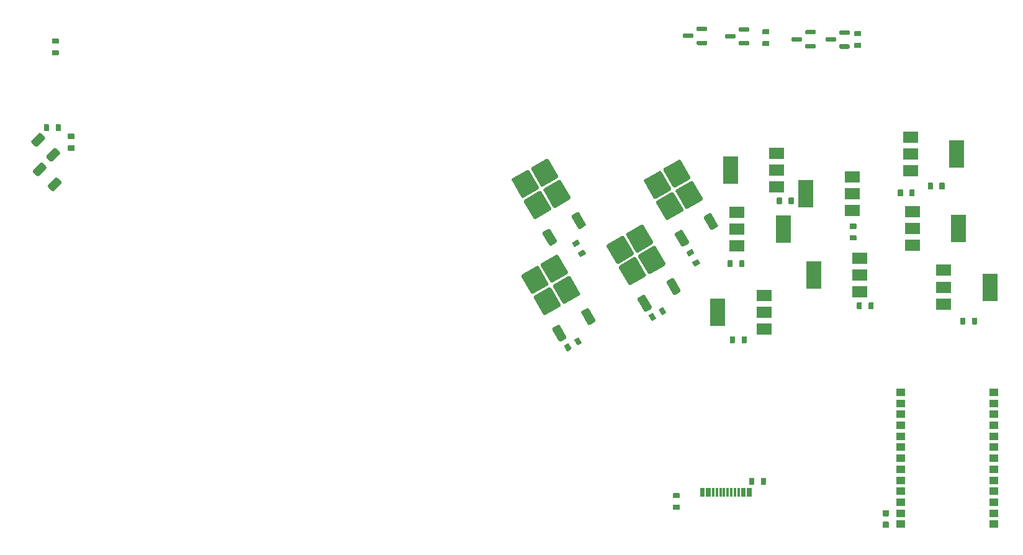
<source format=gtp>
G04 #@! TF.GenerationSoftware,KiCad,Pcbnew,7.0.10-7.0.10~ubuntu22.04.1*
G04 #@! TF.CreationDate,2024-01-05T17:16:03+00:00*
G04 #@! TF.ProjectId,uaeficopiedtovfr,75616566-6963-46f7-9069-6564746f7666,rev?*
G04 #@! TF.SameCoordinates,Original*
G04 #@! TF.FileFunction,Paste,Top*
G04 #@! TF.FilePolarity,Positive*
%FSLAX46Y46*%
G04 Gerber Fmt 4.6, Leading zero omitted, Abs format (unit mm)*
G04 Created by KiCad (PCBNEW 7.0.10-7.0.10~ubuntu22.04.1) date 2024-01-05 17:16:03*
%MOMM*%
%LPD*%
G01*
G04 APERTURE LIST*
%ADD10R,2.000000X1.500000*%
%ADD11R,2.000000X3.800000*%
%ADD12R,0.300000X1.150000*%
%ADD13R,1.300000X1.000000*%
G04 APERTURE END LIST*
D10*
G04 #@! TO.C,Q7*
X126954000Y49442000D03*
X126954000Y51742000D03*
X126954000Y54042000D03*
D11*
X120654000Y51742000D03*
G04 #@! TD*
G04 #@! TO.C,R32*
G36*
G01*
X149860000Y49943000D02*
X149860000Y49163000D01*
G75*
G02*
X149790000Y49093000I-70000J0D01*
G01*
X149230000Y49093000D01*
G75*
G02*
X149160000Y49163000I0J70000D01*
G01*
X149160000Y49943000D01*
G75*
G02*
X149230000Y50013000I70000J0D01*
G01*
X149790000Y50013000D01*
G75*
G02*
X149860000Y49943000I0J-70000D01*
G01*
G37*
G36*
G01*
X148260000Y49943000D02*
X148260000Y49163000D01*
G75*
G02*
X148190000Y49093000I-70000J0D01*
G01*
X147630000Y49093000D01*
G75*
G02*
X147560000Y49163000I0J70000D01*
G01*
X147560000Y49943000D01*
G75*
G02*
X147630000Y50013000I70000J0D01*
G01*
X148190000Y50013000D01*
G75*
G02*
X148260000Y49943000I0J-70000D01*
G01*
G37*
G04 #@! TD*
G04 #@! TO.C,R31*
G36*
G01*
X143477000Y48236928D02*
X143477000Y49016928D01*
G75*
G02*
X143547000Y49086928I70000J0D01*
G01*
X144107000Y49086928D01*
G75*
G02*
X144177000Y49016928I0J-70000D01*
G01*
X144177000Y48236928D01*
G75*
G02*
X144107000Y48166928I-70000J0D01*
G01*
X143547000Y48166928D01*
G75*
G02*
X143477000Y48236928I0J70000D01*
G01*
G37*
G36*
G01*
X145077000Y48236928D02*
X145077000Y49016928D01*
G75*
G02*
X145147000Y49086928I70000J0D01*
G01*
X145707000Y49086928D01*
G75*
G02*
X145777000Y49016928I0J-70000D01*
G01*
X145777000Y48236928D01*
G75*
G02*
X145707000Y48166928I-70000J0D01*
G01*
X145147000Y48166928D01*
G75*
G02*
X145077000Y48236928I0J70000D01*
G01*
G37*
G04 #@! TD*
G04 #@! TO.C,R29*
G36*
G01*
X137754928Y42142000D02*
X136974928Y42142000D01*
G75*
G02*
X136904928Y42212000I0J70000D01*
G01*
X136904928Y42772000D01*
G75*
G02*
X136974928Y42842000I70000J0D01*
G01*
X137754928Y42842000D01*
G75*
G02*
X137824928Y42772000I0J-70000D01*
G01*
X137824928Y42212000D01*
G75*
G02*
X137754928Y42142000I-70000J0D01*
G01*
G37*
G36*
G01*
X137754928Y43742000D02*
X136974928Y43742000D01*
G75*
G02*
X136904928Y43812000I0J70000D01*
G01*
X136904928Y44372000D01*
G75*
G02*
X136974928Y44442000I70000J0D01*
G01*
X137754928Y44442000D01*
G75*
G02*
X137824928Y44372000I0J-70000D01*
G01*
X137824928Y43812000D01*
G75*
G02*
X137754928Y43742000I-70000J0D01*
G01*
G37*
G04 #@! TD*
D10*
G04 #@! TO.C,Q9*
X125229000Y30059000D03*
X125229000Y32359000D03*
X125229000Y34659000D03*
D11*
X118929000Y32359000D03*
G04 #@! TD*
G04 #@! TO.C,Q1*
G36*
G01*
X114883109Y41670372D02*
X114276891Y41320372D01*
G75*
G02*
X113935385Y41411878I-125000J216506D01*
G01*
X113085385Y42884122D01*
G75*
G02*
X113176891Y43225628I216506J125000D01*
G01*
X113783109Y43575628D01*
G75*
G02*
X114124615Y43484122I125000J-216506D01*
G01*
X114974615Y42011878D01*
G75*
G02*
X114883109Y41670372I-216506J-125000D01*
G01*
G37*
G36*
G01*
X114108128Y46072679D02*
X112159570Y44947679D01*
G75*
G02*
X111818064Y45039185I-125000J216506D01*
G01*
X110543064Y47247549D01*
G75*
G02*
X110634570Y47589055I216506J125000D01*
G01*
X112583128Y48714055D01*
G75*
G02*
X112924634Y48622549I125000J-216506D01*
G01*
X114199634Y46414185D01*
G75*
G02*
X114108128Y46072679I-216506J-125000D01*
G01*
G37*
G36*
G01*
X116749506Y47597679D02*
X114800948Y46472679D01*
G75*
G02*
X114459442Y46564185I-125000J216506D01*
G01*
X113184442Y48772549D01*
G75*
G02*
X113275948Y49114055I216506J125000D01*
G01*
X115224506Y50239055D01*
G75*
G02*
X115566012Y50147549I125000J-216506D01*
G01*
X116841012Y47939185D01*
G75*
G02*
X116749506Y47597679I-216506J-125000D01*
G01*
G37*
G36*
G01*
X112433128Y48973865D02*
X110484570Y47848865D01*
G75*
G02*
X110143064Y47940371I-125000J216506D01*
G01*
X108868064Y50148735D01*
G75*
G02*
X108959570Y50490241I216506J125000D01*
G01*
X110908128Y51615241D01*
G75*
G02*
X111249634Y51523735I125000J-216506D01*
G01*
X112524634Y49315371D01*
G75*
G02*
X112433128Y48973865I-216506J-125000D01*
G01*
G37*
G36*
G01*
X115074506Y50498865D02*
X113125948Y49373865D01*
G75*
G02*
X112784442Y49465371I-125000J216506D01*
G01*
X111509442Y51673735D01*
G75*
G02*
X111600948Y52015241I216506J125000D01*
G01*
X113549506Y53140241D01*
G75*
G02*
X113891012Y53048735I125000J-216506D01*
G01*
X115166012Y50840371D01*
G75*
G02*
X115074506Y50498865I-216506J-125000D01*
G01*
G37*
G36*
G01*
X118832185Y43950372D02*
X118225967Y43600372D01*
G75*
G02*
X117884461Y43691878I-125000J216506D01*
G01*
X117034461Y45164122D01*
G75*
G02*
X117125967Y45505628I216506J125000D01*
G01*
X117732185Y45855628D01*
G75*
G02*
X118073691Y45764122I125000J-216506D01*
G01*
X118923691Y44291878D01*
G75*
G02*
X118832185Y43950372I-216506J-125000D01*
G01*
G37*
G04 #@! TD*
G04 #@! TO.C,Q4*
G36*
G01*
X96852033Y41810372D02*
X96245815Y41460372D01*
G75*
G02*
X95904309Y41551878I-125000J216506D01*
G01*
X95054309Y43024122D01*
G75*
G02*
X95145815Y43365628I216506J125000D01*
G01*
X95752033Y43715628D01*
G75*
G02*
X96093539Y43624122I125000J-216506D01*
G01*
X96943539Y42151878D01*
G75*
G02*
X96852033Y41810372I-216506J-125000D01*
G01*
G37*
G36*
G01*
X96077052Y46212679D02*
X94128494Y45087679D01*
G75*
G02*
X93786988Y45179185I-125000J216506D01*
G01*
X92511988Y47387549D01*
G75*
G02*
X92603494Y47729055I216506J125000D01*
G01*
X94552052Y48854055D01*
G75*
G02*
X94893558Y48762549I125000J-216506D01*
G01*
X96168558Y46554185D01*
G75*
G02*
X96077052Y46212679I-216506J-125000D01*
G01*
G37*
G36*
G01*
X98718430Y47737679D02*
X96769872Y46612679D01*
G75*
G02*
X96428366Y46704185I-125000J216506D01*
G01*
X95153366Y48912549D01*
G75*
G02*
X95244872Y49254055I216506J125000D01*
G01*
X97193430Y50379055D01*
G75*
G02*
X97534936Y50287549I125000J-216506D01*
G01*
X98809936Y48079185D01*
G75*
G02*
X98718430Y47737679I-216506J-125000D01*
G01*
G37*
G36*
G01*
X94402052Y49113865D02*
X92453494Y47988865D01*
G75*
G02*
X92111988Y48080371I-125000J216506D01*
G01*
X90836988Y50288735D01*
G75*
G02*
X90928494Y50630241I216506J125000D01*
G01*
X92877052Y51755241D01*
G75*
G02*
X93218558Y51663735I125000J-216506D01*
G01*
X94493558Y49455371D01*
G75*
G02*
X94402052Y49113865I-216506J-125000D01*
G01*
G37*
G36*
G01*
X97043430Y50638865D02*
X95094872Y49513865D01*
G75*
G02*
X94753366Y49605371I-125000J216506D01*
G01*
X93478366Y51813735D01*
G75*
G02*
X93569872Y52155241I216506J125000D01*
G01*
X95518430Y53280241D01*
G75*
G02*
X95859936Y53188735I125000J-216506D01*
G01*
X97134936Y50980371D01*
G75*
G02*
X97043430Y50638865I-216506J-125000D01*
G01*
G37*
G36*
G01*
X100801109Y44090372D02*
X100194891Y43740372D01*
G75*
G02*
X99853385Y43831878I-125000J216506D01*
G01*
X99003385Y45304122D01*
G75*
G02*
X99094891Y45645628I216506J125000D01*
G01*
X99701109Y45995628D01*
G75*
G02*
X100042615Y45904122I125000J-216506D01*
G01*
X100892615Y44431878D01*
G75*
G02*
X100801109Y44090372I-216506J-125000D01*
G01*
G37*
G04 #@! TD*
G04 #@! TO.C,R1*
G36*
G01*
X28957000Y67393000D02*
X28177000Y67393000D01*
G75*
G02*
X28107000Y67463000I0J70000D01*
G01*
X28107000Y68023000D01*
G75*
G02*
X28177000Y68093000I70000J0D01*
G01*
X28957000Y68093000D01*
G75*
G02*
X29027000Y68023000I0J-70000D01*
G01*
X29027000Y67463000D01*
G75*
G02*
X28957000Y67393000I-70000J0D01*
G01*
G37*
G36*
G01*
X28957000Y68993000D02*
X28177000Y68993000D01*
G75*
G02*
X28107000Y69063000I0J70000D01*
G01*
X28107000Y69623000D01*
G75*
G02*
X28177000Y69693000I70000J0D01*
G01*
X28957000Y69693000D01*
G75*
G02*
X29027000Y69623000I0J-70000D01*
G01*
X29027000Y69063000D01*
G75*
G02*
X28957000Y68993000I-70000J0D01*
G01*
G37*
G04 #@! TD*
G04 #@! TO.C,R8*
G36*
G01*
X125496000Y9699000D02*
X125496000Y8919000D01*
G75*
G02*
X125426000Y8849000I-70000J0D01*
G01*
X124866000Y8849000D01*
G75*
G02*
X124796000Y8919000I0J70000D01*
G01*
X124796000Y9699000D01*
G75*
G02*
X124866000Y9769000I70000J0D01*
G01*
X125426000Y9769000D01*
G75*
G02*
X125496000Y9699000I0J-70000D01*
G01*
G37*
G36*
G01*
X123896000Y9699000D02*
X123896000Y8919000D01*
G75*
G02*
X123826000Y8849000I-70000J0D01*
G01*
X123266000Y8849000D01*
G75*
G02*
X123196000Y8919000I0J70000D01*
G01*
X123196000Y9699000D01*
G75*
G02*
X123266000Y9769000I70000J0D01*
G01*
X123826000Y9769000D01*
G75*
G02*
X123896000Y9699000I0J-70000D01*
G01*
G37*
G04 #@! TD*
G04 #@! TO.C,R30*
G36*
G01*
X140178000Y33631072D02*
X140178000Y32851072D01*
G75*
G02*
X140108000Y32781072I-70000J0D01*
G01*
X139548000Y32781072D01*
G75*
G02*
X139478000Y32851072I0J70000D01*
G01*
X139478000Y33631072D01*
G75*
G02*
X139548000Y33701072I70000J0D01*
G01*
X140108000Y33701072D01*
G75*
G02*
X140178000Y33631072I0J-70000D01*
G01*
G37*
G36*
G01*
X138578000Y33631072D02*
X138578000Y32851072D01*
G75*
G02*
X138508000Y32781072I-70000J0D01*
G01*
X137948000Y32781072D01*
G75*
G02*
X137878000Y32851072I0J70000D01*
G01*
X137878000Y33631072D01*
G75*
G02*
X137948000Y33701072I70000J0D01*
G01*
X138508000Y33701072D01*
G75*
G02*
X138578000Y33631072I0J-70000D01*
G01*
G37*
G04 #@! TD*
G04 #@! TO.C,R2*
G36*
G01*
X29314000Y57922000D02*
X29314000Y57142000D01*
G75*
G02*
X29244000Y57072000I-70000J0D01*
G01*
X28684000Y57072000D01*
G75*
G02*
X28614000Y57142000I0J70000D01*
G01*
X28614000Y57922000D01*
G75*
G02*
X28684000Y57992000I70000J0D01*
G01*
X29244000Y57992000D01*
G75*
G02*
X29314000Y57922000I0J-70000D01*
G01*
G37*
G36*
G01*
X27714000Y57922000D02*
X27714000Y57142000D01*
G75*
G02*
X27644000Y57072000I-70000J0D01*
G01*
X27084000Y57072000D01*
G75*
G02*
X27014000Y57142000I0J70000D01*
G01*
X27014000Y57922000D01*
G75*
G02*
X27084000Y57992000I70000J0D01*
G01*
X27644000Y57992000D01*
G75*
G02*
X27714000Y57922000I0J-70000D01*
G01*
G37*
G04 #@! TD*
D10*
G04 #@! TO.C,Q14*
X138324000Y35162000D03*
X138324000Y37462000D03*
X138324000Y39762000D03*
D11*
X132024000Y37462000D03*
G04 #@! TD*
G04 #@! TO.C,Q3*
G36*
G01*
X109796109Y32814372D02*
X109189891Y32464372D01*
G75*
G02*
X108848385Y32555878I-125000J216506D01*
G01*
X107998385Y34028122D01*
G75*
G02*
X108089891Y34369628I216506J125000D01*
G01*
X108696109Y34719628D01*
G75*
G02*
X109037615Y34628122I125000J-216506D01*
G01*
X109887615Y33155878D01*
G75*
G02*
X109796109Y32814372I-216506J-125000D01*
G01*
G37*
G36*
G01*
X109021128Y37216679D02*
X107072570Y36091679D01*
G75*
G02*
X106731064Y36183185I-125000J216506D01*
G01*
X105456064Y38391549D01*
G75*
G02*
X105547570Y38733055I216506J125000D01*
G01*
X107496128Y39858055D01*
G75*
G02*
X107837634Y39766549I125000J-216506D01*
G01*
X109112634Y37558185D01*
G75*
G02*
X109021128Y37216679I-216506J-125000D01*
G01*
G37*
G36*
G01*
X111662506Y38741679D02*
X109713948Y37616679D01*
G75*
G02*
X109372442Y37708185I-125000J216506D01*
G01*
X108097442Y39916549D01*
G75*
G02*
X108188948Y40258055I216506J125000D01*
G01*
X110137506Y41383055D01*
G75*
G02*
X110479012Y41291549I125000J-216506D01*
G01*
X111754012Y39083185D01*
G75*
G02*
X111662506Y38741679I-216506J-125000D01*
G01*
G37*
G36*
G01*
X107346128Y40117865D02*
X105397570Y38992865D01*
G75*
G02*
X105056064Y39084371I-125000J216506D01*
G01*
X103781064Y41292735D01*
G75*
G02*
X103872570Y41634241I216506J125000D01*
G01*
X105821128Y42759241D01*
G75*
G02*
X106162634Y42667735I125000J-216506D01*
G01*
X107437634Y40459371D01*
G75*
G02*
X107346128Y40117865I-216506J-125000D01*
G01*
G37*
G36*
G01*
X109987506Y41642865D02*
X108038948Y40517865D01*
G75*
G02*
X107697442Y40609371I-125000J216506D01*
G01*
X106422442Y42817735D01*
G75*
G02*
X106513948Y43159241I216506J125000D01*
G01*
X108462506Y44284241D01*
G75*
G02*
X108804012Y44192735I125000J-216506D01*
G01*
X110079012Y41984371D01*
G75*
G02*
X109987506Y41642865I-216506J-125000D01*
G01*
G37*
G36*
G01*
X113745185Y35094372D02*
X113138967Y34744372D01*
G75*
G02*
X112797461Y34835878I-125000J216506D01*
G01*
X111947461Y36308122D01*
G75*
G02*
X112038967Y36649628I216506J125000D01*
G01*
X112645185Y36999628D01*
G75*
G02*
X112986691Y36908122I125000J-216506D01*
G01*
X113836691Y35435878D01*
G75*
G02*
X113745185Y35094372I-216506J-125000D01*
G01*
G37*
G04 #@! TD*
G04 #@! TO.C,R26*
G36*
G01*
X125860000Y68649000D02*
X125080000Y68649000D01*
G75*
G02*
X125010000Y68719000I0J70000D01*
G01*
X125010000Y69279000D01*
G75*
G02*
X125080000Y69349000I70000J0D01*
G01*
X125860000Y69349000D01*
G75*
G02*
X125930000Y69279000I0J-70000D01*
G01*
X125930000Y68719000D01*
G75*
G02*
X125860000Y68649000I-70000J0D01*
G01*
G37*
G36*
G01*
X125860000Y70249000D02*
X125080000Y70249000D01*
G75*
G02*
X125010000Y70319000I0J70000D01*
G01*
X125010000Y70879000D01*
G75*
G02*
X125080000Y70949000I70000J0D01*
G01*
X125860000Y70949000D01*
G75*
G02*
X125930000Y70879000I0J-70000D01*
G01*
X125930000Y70319000D01*
G75*
G02*
X125860000Y70249000I-70000J0D01*
G01*
G37*
G04 #@! TD*
D10*
G04 #@! TO.C,Q13*
X137258000Y46252000D03*
X137258000Y48552000D03*
X137258000Y50852000D03*
D11*
X130958000Y48552000D03*
G04 #@! TD*
D10*
G04 #@! TO.C,Q8*
X121556000Y46011000D03*
X121556000Y43711000D03*
X121556000Y41411000D03*
D11*
X127856000Y43711000D03*
G04 #@! TD*
G04 #@! TO.C,C1*
G36*
G01*
X142170000Y2958000D02*
X141490000Y2958000D01*
G75*
G02*
X141405000Y3043000I0J85000D01*
G01*
X141405000Y3723000D01*
G75*
G02*
X141490000Y3808000I85000J0D01*
G01*
X142170000Y3808000D01*
G75*
G02*
X142255000Y3723000I0J-85000D01*
G01*
X142255000Y3043000D01*
G75*
G02*
X142170000Y2958000I-85000J0D01*
G01*
G37*
G36*
G01*
X142170000Y4538002D02*
X141490000Y4538002D01*
G75*
G02*
X141405000Y4623002I0J85000D01*
G01*
X141405000Y5303002D01*
G75*
G02*
X141490000Y5388002I85000J0D01*
G01*
X142170000Y5388002D01*
G75*
G02*
X142255000Y5303002I0J-85000D01*
G01*
X142255000Y4623002D01*
G75*
G02*
X142170000Y4538002I-85000J0D01*
G01*
G37*
G04 #@! TD*
G04 #@! TO.C,R10*
G36*
G01*
X98353071Y27066250D02*
X97963071Y27741750D01*
G75*
G02*
X97988693Y27837372I60622J35000D01*
G01*
X98473667Y28117372D01*
G75*
G02*
X98569289Y28091750I35000J-60622D01*
G01*
X98959289Y27416250D01*
G75*
G02*
X98933667Y27320628I-60622J-35000D01*
G01*
X98448693Y27040628D01*
G75*
G02*
X98353071Y27066250I-35000J60622D01*
G01*
G37*
G36*
G01*
X99738711Y27866250D02*
X99348711Y28541750D01*
G75*
G02*
X99374333Y28637372I60622J35000D01*
G01*
X99859307Y28917372D01*
G75*
G02*
X99954929Y28891750I35000J-60622D01*
G01*
X100344929Y28216250D01*
G75*
G02*
X100319307Y28120628I-60622J-35000D01*
G01*
X99834333Y27840628D01*
G75*
G02*
X99738711Y27866250I-35000J60622D01*
G01*
G37*
G04 #@! TD*
G04 #@! TO.C,R22*
G36*
G01*
X120254000Y38585928D02*
X120254000Y39365928D01*
G75*
G02*
X120324000Y39435928I70000J0D01*
G01*
X120884000Y39435928D01*
G75*
G02*
X120954000Y39365928I0J-70000D01*
G01*
X120954000Y38585928D01*
G75*
G02*
X120884000Y38515928I-70000J0D01*
G01*
X120324000Y38515928D01*
G75*
G02*
X120254000Y38585928I0J70000D01*
G01*
G37*
G36*
G01*
X121854000Y38585928D02*
X121854000Y39365928D01*
G75*
G02*
X121924000Y39435928I70000J0D01*
G01*
X122484000Y39435928D01*
G75*
G02*
X122554000Y39365928I0J-70000D01*
G01*
X122554000Y38585928D01*
G75*
G02*
X122484000Y38515928I-70000J0D01*
G01*
X121924000Y38515928D01*
G75*
G02*
X121854000Y38585928I0J70000D01*
G01*
G37*
G04 #@! TD*
G04 #@! TO.C,R11*
G36*
G01*
X109890071Y31201250D02*
X109500071Y31876750D01*
G75*
G02*
X109525693Y31972372I60622J35000D01*
G01*
X110010667Y32252372D01*
G75*
G02*
X110106289Y32226750I35000J-60622D01*
G01*
X110496289Y31551250D01*
G75*
G02*
X110470667Y31455628I-60622J-35000D01*
G01*
X109985693Y31175628D01*
G75*
G02*
X109890071Y31201250I-35000J60622D01*
G01*
G37*
G36*
G01*
X111275711Y32001250D02*
X110885711Y32676750D01*
G75*
G02*
X110911333Y32772372I60622J35000D01*
G01*
X111396307Y33052372D01*
G75*
G02*
X111491929Y33026750I35000J-60622D01*
G01*
X111881929Y32351250D01*
G75*
G02*
X111856307Y32255628I-60622J-35000D01*
G01*
X111371333Y31975628D01*
G75*
G02*
X111275711Y32001250I-35000J60622D01*
G01*
G37*
G04 #@! TD*
G04 #@! TO.C,Q2*
G36*
G01*
X98171571Y28713065D02*
X97565353Y28363065D01*
G75*
G02*
X97223847Y28454571I-125000J216506D01*
G01*
X96373847Y29926815D01*
G75*
G02*
X96465353Y30268321I216506J125000D01*
G01*
X97071571Y30618321D01*
G75*
G02*
X97413077Y30526815I125000J-216506D01*
G01*
X98263077Y29054571D01*
G75*
G02*
X98171571Y28713065I-216506J-125000D01*
G01*
G37*
G36*
G01*
X97396590Y33115372D02*
X95448032Y31990372D01*
G75*
G02*
X95106526Y32081878I-125000J216506D01*
G01*
X93831526Y34290242D01*
G75*
G02*
X93923032Y34631748I216506J125000D01*
G01*
X95871590Y35756748D01*
G75*
G02*
X96213096Y35665242I125000J-216506D01*
G01*
X97488096Y33456878D01*
G75*
G02*
X97396590Y33115372I-216506J-125000D01*
G01*
G37*
G36*
G01*
X100037968Y34640372D02*
X98089410Y33515372D01*
G75*
G02*
X97747904Y33606878I-125000J216506D01*
G01*
X96472904Y35815242D01*
G75*
G02*
X96564410Y36156748I216506J125000D01*
G01*
X98512968Y37281748D01*
G75*
G02*
X98854474Y37190242I125000J-216506D01*
G01*
X100129474Y34981878D01*
G75*
G02*
X100037968Y34640372I-216506J-125000D01*
G01*
G37*
G36*
G01*
X95721590Y36016558D02*
X93773032Y34891558D01*
G75*
G02*
X93431526Y34983064I-125000J216506D01*
G01*
X92156526Y37191428D01*
G75*
G02*
X92248032Y37532934I216506J125000D01*
G01*
X94196590Y38657934D01*
G75*
G02*
X94538096Y38566428I125000J-216506D01*
G01*
X95813096Y36358064D01*
G75*
G02*
X95721590Y36016558I-216506J-125000D01*
G01*
G37*
G36*
G01*
X98362968Y37541558D02*
X96414410Y36416558D01*
G75*
G02*
X96072904Y36508064I-125000J216506D01*
G01*
X94797904Y38716428D01*
G75*
G02*
X94889410Y39057934I216506J125000D01*
G01*
X96837968Y40182934D01*
G75*
G02*
X97179474Y40091428I125000J-216506D01*
G01*
X98454474Y37883064D01*
G75*
G02*
X98362968Y37541558I-216506J-125000D01*
G01*
G37*
G36*
G01*
X102120647Y30993065D02*
X101514429Y30643065D01*
G75*
G02*
X101172923Y30734571I-125000J216506D01*
G01*
X100322923Y32206815D01*
G75*
G02*
X100414429Y32548321I216506J125000D01*
G01*
X101020647Y32898321D01*
G75*
G02*
X101362153Y32806815I125000J-216506D01*
G01*
X102212153Y31334571D01*
G75*
G02*
X102120647Y30993065I-216506J-125000D01*
G01*
G37*
G04 #@! TD*
G04 #@! TO.C,R21*
G36*
G01*
X129276000Y47948000D02*
X129276000Y47168000D01*
G75*
G02*
X129206000Y47098000I-70000J0D01*
G01*
X128646000Y47098000D01*
G75*
G02*
X128576000Y47168000I0J70000D01*
G01*
X128576000Y47948000D01*
G75*
G02*
X128646000Y48018000I70000J0D01*
G01*
X129206000Y48018000D01*
G75*
G02*
X129276000Y47948000I0J-70000D01*
G01*
G37*
G36*
G01*
X127676000Y47948000D02*
X127676000Y47168000D01*
G75*
G02*
X127606000Y47098000I-70000J0D01*
G01*
X127046000Y47098000D01*
G75*
G02*
X126976000Y47168000I0J70000D01*
G01*
X126976000Y47948000D01*
G75*
G02*
X127046000Y48018000I70000J0D01*
G01*
X127606000Y48018000D01*
G75*
G02*
X127676000Y47948000I0J-70000D01*
G01*
G37*
G04 #@! TD*
G04 #@! TO.C,R24*
G36*
G01*
X154292000Y31558000D02*
X154292000Y30778000D01*
G75*
G02*
X154222000Y30708000I-70000J0D01*
G01*
X153662000Y30708000D01*
G75*
G02*
X153592000Y30778000I0J70000D01*
G01*
X153592000Y31558000D01*
G75*
G02*
X153662000Y31628000I70000J0D01*
G01*
X154222000Y31628000D01*
G75*
G02*
X154292000Y31558000I0J-70000D01*
G01*
G37*
G36*
G01*
X152692000Y31558000D02*
X152692000Y30778000D01*
G75*
G02*
X152622000Y30708000I-70000J0D01*
G01*
X152062000Y30708000D01*
G75*
G02*
X151992000Y30778000I0J70000D01*
G01*
X151992000Y31558000D01*
G75*
G02*
X152062000Y31628000I70000J0D01*
G01*
X152622000Y31628000D01*
G75*
G02*
X152692000Y31558000I0J-70000D01*
G01*
G37*
G04 #@! TD*
D12*
G04 #@! TO.C,J9*
X116677000Y7779000D03*
X117477000Y7779000D03*
X118777000Y7779000D03*
X119777000Y7779000D03*
X120277000Y7779000D03*
X121277000Y7779000D03*
X122577000Y7779000D03*
X123377000Y7779000D03*
X123077000Y7779000D03*
X122277000Y7779000D03*
X121777000Y7779000D03*
X120777000Y7779000D03*
X119277000Y7779000D03*
X118277000Y7779000D03*
X117777000Y7779000D03*
X116977000Y7779000D03*
G04 #@! TD*
G04 #@! TO.C,D7*
G36*
G01*
X117495000Y69249000D02*
X117495000Y68949000D01*
G75*
G02*
X117345000Y68799000I-150000J0D01*
G01*
X116170000Y68799000D01*
G75*
G02*
X116020000Y68949000I0J150000D01*
G01*
X116020000Y69249000D01*
G75*
G02*
X116170000Y69399000I150000J0D01*
G01*
X117345000Y69399000D01*
G75*
G02*
X117495000Y69249000I0J-150000D01*
G01*
G37*
G36*
G01*
X115620000Y70199000D02*
X115620000Y69899000D01*
G75*
G02*
X115470000Y69749000I-150000J0D01*
G01*
X114295000Y69749000D01*
G75*
G02*
X114145000Y69899000I0J150000D01*
G01*
X114145000Y70199000D01*
G75*
G02*
X114295000Y70349000I150000J0D01*
G01*
X115470000Y70349000D01*
G75*
G02*
X115620000Y70199000I0J-150000D01*
G01*
G37*
G36*
G01*
X117495000Y71149000D02*
X117495000Y70849000D01*
G75*
G02*
X117345000Y70699000I-150000J0D01*
G01*
X116170000Y70699000D01*
G75*
G02*
X116020000Y70849000I0J150000D01*
G01*
X116020000Y71149000D01*
G75*
G02*
X116170000Y71299000I150000J0D01*
G01*
X117345000Y71299000D01*
G75*
G02*
X117495000Y71149000I0J-150000D01*
G01*
G37*
G04 #@! TD*
D10*
G04 #@! TO.C,Q15*
X145484000Y46095000D03*
X145484000Y43795000D03*
X145484000Y41495000D03*
D11*
X151784000Y43795000D03*
G04 #@! TD*
G04 #@! TO.C,R25*
G36*
G01*
X138410000Y68399000D02*
X137630000Y68399000D01*
G75*
G02*
X137560000Y68469000I0J70000D01*
G01*
X137560000Y69029000D01*
G75*
G02*
X137630000Y69099000I70000J0D01*
G01*
X138410000Y69099000D01*
G75*
G02*
X138480000Y69029000I0J-70000D01*
G01*
X138480000Y68469000D01*
G75*
G02*
X138410000Y68399000I-70000J0D01*
G01*
G37*
G36*
G01*
X138410000Y69999000D02*
X137630000Y69999000D01*
G75*
G02*
X137560000Y70069000I0J70000D01*
G01*
X137560000Y70629000D01*
G75*
G02*
X137630000Y70699000I70000J0D01*
G01*
X138410000Y70699000D01*
G75*
G02*
X138480000Y70629000I0J-70000D01*
G01*
X138480000Y70069000D01*
G75*
G02*
X138410000Y69999000I-70000J0D01*
G01*
G37*
G04 #@! TD*
G04 #@! TO.C,R9*
G36*
G01*
X114665250Y40583929D02*
X115340750Y40973929D01*
G75*
G02*
X115436372Y40948307I35000J-60622D01*
G01*
X115716372Y40463333D01*
G75*
G02*
X115690750Y40367711I-60622J-35000D01*
G01*
X115015250Y39977711D01*
G75*
G02*
X114919628Y40003333I-35000J60622D01*
G01*
X114639628Y40488307D01*
G75*
G02*
X114665250Y40583929I60622J35000D01*
G01*
G37*
G36*
G01*
X115465250Y39198289D02*
X116140750Y39588289D01*
G75*
G02*
X116236372Y39562667I35000J-60622D01*
G01*
X116516372Y39077693D01*
G75*
G02*
X116490750Y38982071I-60622J-35000D01*
G01*
X115815250Y38592071D01*
G75*
G02*
X115719628Y38617693I-35000J60622D01*
G01*
X115439628Y39102667D01*
G75*
G02*
X115465250Y39198289I60622J35000D01*
G01*
G37*
G04 #@! TD*
G04 #@! TO.C,R15*
G36*
G01*
X100900750Y40266251D02*
X100225250Y39876251D01*
G75*
G02*
X100129628Y39901873I-35000J60622D01*
G01*
X99849628Y40386847D01*
G75*
G02*
X99875250Y40482469I60622J35000D01*
G01*
X100550750Y40872469D01*
G75*
G02*
X100646372Y40846847I35000J-60622D01*
G01*
X100926372Y40361873D01*
G75*
G02*
X100900750Y40266251I-60622J-35000D01*
G01*
G37*
G36*
G01*
X100100750Y41651891D02*
X99425250Y41261891D01*
G75*
G02*
X99329628Y41287513I-35000J60622D01*
G01*
X99049628Y41772487D01*
G75*
G02*
X99075250Y41868109I60622J35000D01*
G01*
X99750750Y42258109D01*
G75*
G02*
X99846372Y42232487I35000J-60622D01*
G01*
X100126372Y41747513D01*
G75*
G02*
X100100750Y41651891I-60622J-35000D01*
G01*
G37*
G04 #@! TD*
D10*
G04 #@! TO.C,Q10*
X149737000Y38082000D03*
X149737000Y35782000D03*
X149737000Y33482000D03*
D11*
X156037000Y35782000D03*
G04 #@! TD*
G04 #@! TO.C,Q12*
G36*
G01*
X123232500Y69199000D02*
X123232500Y68899000D01*
G75*
G02*
X123082500Y68749000I-150000J0D01*
G01*
X121907500Y68749000D01*
G75*
G02*
X121757500Y68899000I0J150000D01*
G01*
X121757500Y69199000D01*
G75*
G02*
X121907500Y69349000I150000J0D01*
G01*
X123082500Y69349000D01*
G75*
G02*
X123232500Y69199000I0J-150000D01*
G01*
G37*
G36*
G01*
X121357500Y70149000D02*
X121357500Y69849000D01*
G75*
G02*
X121207500Y69699000I-150000J0D01*
G01*
X120032500Y69699000D01*
G75*
G02*
X119882500Y69849000I0J150000D01*
G01*
X119882500Y70149000D01*
G75*
G02*
X120032500Y70299000I150000J0D01*
G01*
X121207500Y70299000D01*
G75*
G02*
X121357500Y70149000I0J-150000D01*
G01*
G37*
G36*
G01*
X123232500Y71099000D02*
X123232500Y70799000D01*
G75*
G02*
X123082500Y70649000I-150000J0D01*
G01*
X121907500Y70649000D01*
G75*
G02*
X121757500Y70799000I0J150000D01*
G01*
X121757500Y71099000D01*
G75*
G02*
X121907500Y71249000I150000J0D01*
G01*
X123082500Y71249000D01*
G75*
G02*
X123232500Y71099000I0J-150000D01*
G01*
G37*
G04 #@! TD*
G04 #@! TO.C,D6*
G36*
G01*
X132295000Y68799000D02*
X132295000Y68499000D01*
G75*
G02*
X132145000Y68349000I-150000J0D01*
G01*
X130970000Y68349000D01*
G75*
G02*
X130820000Y68499000I0J150000D01*
G01*
X130820000Y68799000D01*
G75*
G02*
X130970000Y68949000I150000J0D01*
G01*
X132145000Y68949000D01*
G75*
G02*
X132295000Y68799000I0J-150000D01*
G01*
G37*
G36*
G01*
X130420000Y69749000D02*
X130420000Y69449000D01*
G75*
G02*
X130270000Y69299000I-150000J0D01*
G01*
X129095000Y69299000D01*
G75*
G02*
X128945000Y69449000I0J150000D01*
G01*
X128945000Y69749000D01*
G75*
G02*
X129095000Y69899000I150000J0D01*
G01*
X130270000Y69899000D01*
G75*
G02*
X130420000Y69749000I0J-150000D01*
G01*
G37*
G36*
G01*
X132295000Y70699000D02*
X132295000Y70399000D01*
G75*
G02*
X132145000Y70249000I-150000J0D01*
G01*
X130970000Y70249000D01*
G75*
G02*
X130820000Y70399000I0J150000D01*
G01*
X130820000Y70699000D01*
G75*
G02*
X130970000Y70849000I150000J0D01*
G01*
X132145000Y70849000D01*
G75*
G02*
X132295000Y70699000I0J-150000D01*
G01*
G37*
G04 #@! TD*
G04 #@! TO.C,Q11*
G36*
G01*
X136945000Y68749000D02*
X136945000Y68449000D01*
G75*
G02*
X136795000Y68299000I-150000J0D01*
G01*
X135620000Y68299000D01*
G75*
G02*
X135470000Y68449000I0J150000D01*
G01*
X135470000Y68749000D01*
G75*
G02*
X135620000Y68899000I150000J0D01*
G01*
X136795000Y68899000D01*
G75*
G02*
X136945000Y68749000I0J-150000D01*
G01*
G37*
G36*
G01*
X135070000Y69699000D02*
X135070000Y69399000D01*
G75*
G02*
X134920000Y69249000I-150000J0D01*
G01*
X133745000Y69249000D01*
G75*
G02*
X133595000Y69399000I0J150000D01*
G01*
X133595000Y69699000D01*
G75*
G02*
X133745000Y69849000I150000J0D01*
G01*
X134920000Y69849000D01*
G75*
G02*
X135070000Y69699000I0J-150000D01*
G01*
G37*
G36*
G01*
X136945000Y70649000D02*
X136945000Y70349000D01*
G75*
G02*
X136795000Y70199000I-150000J0D01*
G01*
X135620000Y70199000D01*
G75*
G02*
X135470000Y70349000I0J150000D01*
G01*
X135470000Y70649000D01*
G75*
G02*
X135620000Y70799000I150000J0D01*
G01*
X136795000Y70799000D01*
G75*
G02*
X136945000Y70649000I0J-150000D01*
G01*
G37*
G04 #@! TD*
G04 #@! TO.C,F2*
G36*
G01*
X25832243Y54996964D02*
X25344340Y55484867D01*
G75*
G02*
X25344340Y55810137I162635J162635D01*
G01*
X26291863Y56757660D01*
G75*
G02*
X26617133Y56757660I162635J-162635D01*
G01*
X27105036Y56269757D01*
G75*
G02*
X27105036Y55944487I-162635J-162635D01*
G01*
X26157513Y54996964D01*
G75*
G02*
X25832243Y54996964I-162635J162635D01*
G01*
G37*
G36*
G01*
X27882867Y52946340D02*
X27394964Y53434243D01*
G75*
G02*
X27394964Y53759513I162635J162635D01*
G01*
X28342487Y54707036D01*
G75*
G02*
X28667757Y54707036I162635J-162635D01*
G01*
X29155660Y54219133D01*
G75*
G02*
X29155660Y53893863I-162635J-162635D01*
G01*
X28208137Y52946340D01*
G75*
G02*
X27882867Y52946340I-162635J162635D01*
G01*
G37*
G04 #@! TD*
D13*
G04 #@! TO.C,U2*
X143909000Y21455000D03*
X143909000Y19955000D03*
X143909000Y18455000D03*
X143909000Y16955000D03*
X143909000Y15455000D03*
X143909000Y13955000D03*
X143909000Y12455000D03*
X143909000Y10955000D03*
X143909000Y9455000D03*
X143909000Y7955000D03*
X143909000Y6455000D03*
X143909000Y4955000D03*
X143909000Y3455000D03*
X156609000Y3455000D03*
X156609000Y4955000D03*
X156609000Y6455000D03*
X156609000Y7955000D03*
X156609000Y9455000D03*
X156609000Y10955000D03*
X156609000Y12455000D03*
X156609000Y13955000D03*
X156609000Y15455000D03*
X156609000Y16955000D03*
X156609000Y18455000D03*
X156609000Y19955000D03*
X156609000Y21455000D03*
G04 #@! TD*
G04 #@! TO.C,R23*
G36*
G01*
X120561000Y28208000D02*
X120561000Y28988000D01*
G75*
G02*
X120631000Y29058000I70000J0D01*
G01*
X121191000Y29058000D01*
G75*
G02*
X121261000Y28988000I0J-70000D01*
G01*
X121261000Y28208000D01*
G75*
G02*
X121191000Y28138000I-70000J0D01*
G01*
X120631000Y28138000D01*
G75*
G02*
X120561000Y28208000I0J70000D01*
G01*
G37*
G36*
G01*
X122161000Y28208000D02*
X122161000Y28988000D01*
G75*
G02*
X122231000Y29058000I70000J0D01*
G01*
X122791000Y29058000D01*
G75*
G02*
X122861000Y28988000I0J-70000D01*
G01*
X122861000Y28208000D01*
G75*
G02*
X122791000Y28138000I-70000J0D01*
G01*
X122231000Y28138000D01*
G75*
G02*
X122161000Y28208000I0J70000D01*
G01*
G37*
G04 #@! TD*
G04 #@! TO.C,F1*
G36*
G01*
X26038243Y50969964D02*
X25550340Y51457867D01*
G75*
G02*
X25550340Y51783137I162635J162635D01*
G01*
X26497863Y52730660D01*
G75*
G02*
X26823133Y52730660I162635J-162635D01*
G01*
X27311036Y52242757D01*
G75*
G02*
X27311036Y51917487I-162635J-162635D01*
G01*
X26363513Y50969964D01*
G75*
G02*
X26038243Y50969964I-162635J162635D01*
G01*
G37*
G36*
G01*
X28088867Y48919340D02*
X27600964Y49407243D01*
G75*
G02*
X27600964Y49732513I162635J162635D01*
G01*
X28548487Y50680036D01*
G75*
G02*
X28873757Y50680036I162635J-162635D01*
G01*
X29361660Y50192133D01*
G75*
G02*
X29361660Y49866863I-162635J-162635D01*
G01*
X28414137Y48919340D01*
G75*
G02*
X28088867Y48919340I-162635J162635D01*
G01*
G37*
G04 #@! TD*
G04 #@! TO.C,R3*
G36*
G01*
X31132000Y54405000D02*
X30352000Y54405000D01*
G75*
G02*
X30282000Y54475000I0J70000D01*
G01*
X30282000Y55035000D01*
G75*
G02*
X30352000Y55105000I70000J0D01*
G01*
X31132000Y55105000D01*
G75*
G02*
X31202000Y55035000I0J-70000D01*
G01*
X31202000Y54475000D01*
G75*
G02*
X31132000Y54405000I-70000J0D01*
G01*
G37*
G36*
G01*
X31132000Y56005000D02*
X30352000Y56005000D01*
G75*
G02*
X30282000Y56075000I0J70000D01*
G01*
X30282000Y56635000D01*
G75*
G02*
X30352000Y56705000I70000J0D01*
G01*
X31132000Y56705000D01*
G75*
G02*
X31202000Y56635000I0J-70000D01*
G01*
X31202000Y56075000D01*
G75*
G02*
X31132000Y56005000I-70000J0D01*
G01*
G37*
G04 #@! TD*
D10*
G04 #@! TO.C,Q16*
X145216000Y56236000D03*
X145216000Y53936000D03*
X145216000Y51636000D03*
D11*
X151516000Y53936000D03*
G04 #@! TD*
G04 #@! TO.C,R7*
G36*
G01*
X113656000Y5411928D02*
X112876000Y5411928D01*
G75*
G02*
X112806000Y5481928I0J70000D01*
G01*
X112806000Y6041928D01*
G75*
G02*
X112876000Y6111928I70000J0D01*
G01*
X113656000Y6111928D01*
G75*
G02*
X113726000Y6041928I0J-70000D01*
G01*
X113726000Y5481928D01*
G75*
G02*
X113656000Y5411928I-70000J0D01*
G01*
G37*
G36*
G01*
X113656000Y7011928D02*
X112876000Y7011928D01*
G75*
G02*
X112806000Y7081928I0J70000D01*
G01*
X112806000Y7641928D01*
G75*
G02*
X112876000Y7711928I70000J0D01*
G01*
X113656000Y7711928D01*
G75*
G02*
X113726000Y7641928I0J-70000D01*
G01*
X113726000Y7081928D01*
G75*
G02*
X113656000Y7011928I-70000J0D01*
G01*
G37*
G04 #@! TD*
M02*

</source>
